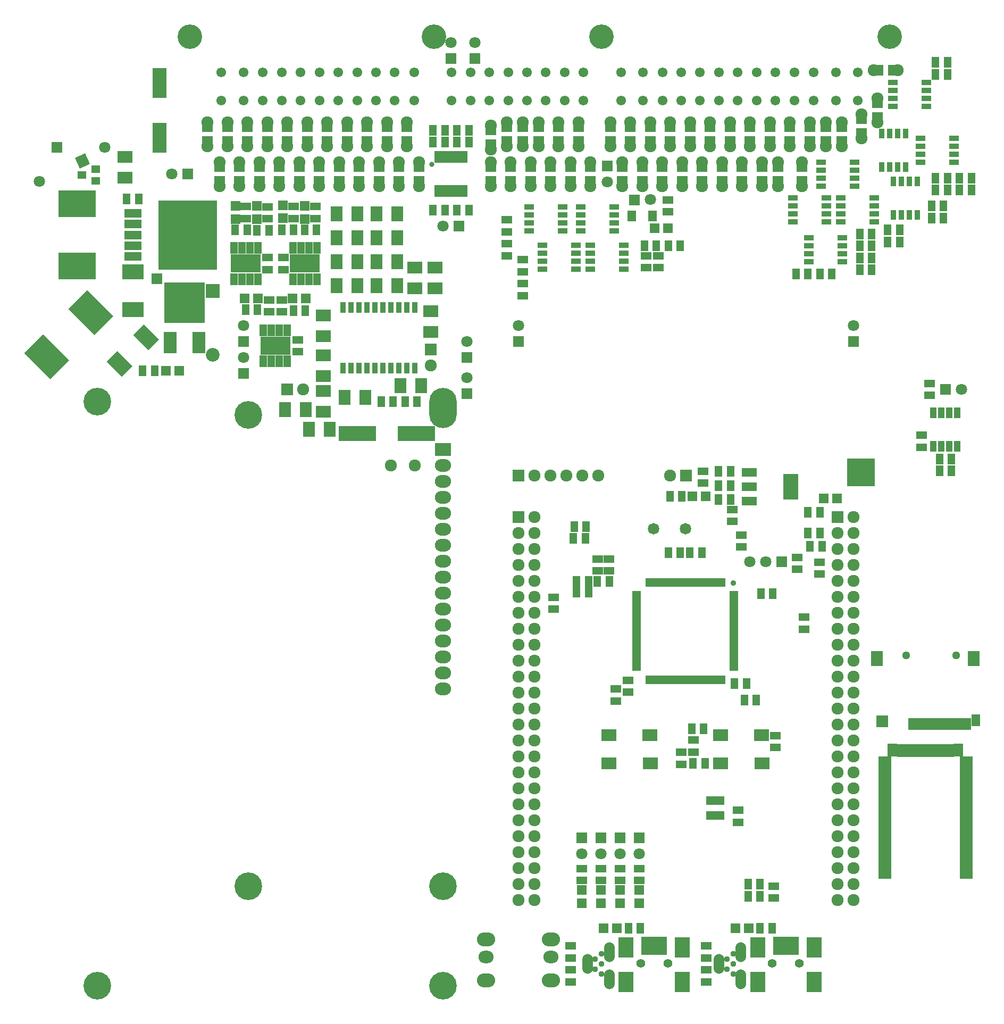
<source format=gts>
G04 (created by PCBNEW (2013-07-07 BZR 4022)-stable) date 06/07/2014 12:08:29*
%MOIN*%
G04 Gerber Fmt 3.4, Leading zero omitted, Abs format*
%FSLAX34Y34*%
G01*
G70*
G90*
G04 APERTURE LIST*
%ADD10C,0.00393701*%
%ADD11C,0.173248*%
%ADD12O,0.100748X0.080748*%
%ADD13R,0.100748X0.080748*%
%ADD14O,0.173228X0.251968*%
%ADD15R,0.055748X0.025748*%
%ADD16R,0.025748X0.055748*%
%ADD17C,0.035748*%
%ADD18R,0.033448X0.074748*%
%ADD19C,0.032*%
%ADD20R,0.070748X0.050748*%
%ADD21C,0.075748*%
%ADD22R,0.023748X0.075748*%
%ADD23C,0.061048*%
%ADD24C,0.153548*%
%ADD25R,0.050748X0.070748*%
%ADD26R,0.070748X0.070748*%
%ADD27C,0.070748*%
%ADD28R,0.062948X0.062948*%
%ADD29R,0.075748X0.075748*%
%ADD30R,0.095748X0.159748*%
%ADD31R,0.095748X0.055748*%
%ADD32C,0.071748*%
%ADD33R,0.0433071X0.0551181*%
%ADD34R,0.0944882X0.0748031*%
%ADD35R,0.175748X0.175748*%
%ADD36R,0.133848X0.094448*%
%ADD37R,0.232248X0.167348*%
%ADD38R,0.105748X0.057748*%
%ADD39R,0.365748X0.435748*%
%ADD40R,0.080748X0.135748*%
%ADD41R,0.255748X0.255748*%
%ADD42R,0.090548X0.188948*%
%ADD43R,0.095748X0.075748*%
%ADD44R,0.055148X0.047248*%
%ADD45C,0.085748*%
%ADD46R,0.085748X0.085748*%
%ADD47R,0.075748X0.095748*%
%ADD48R,0.232248X0.094448*%
%ADD49R,0.035748X0.065748*%
%ADD50R,0.045748X0.075748*%
%ADD51R,0.055748X0.075748*%
%ADD52C,0.050748*%
%ADD53R,0.060748X0.035748*%
%ADD54R,0.035748X0.060748*%
%ADD55R,0.053748X0.065748*%
%ADD56R,0.039348X0.070848*%
%ADD57R,0.190748X0.115748*%
%ADD58C,0.037748*%
%ADD59O,0.065748X0.125748*%
%ADD60R,0.035748X0.115748*%
%ADD61R,0.0944882X0.125748*%
%ADD62C,0.055748*%
%ADD63O,0.094448X0.078748*%
%ADD64O,0.114148X0.086648*%
%ADD65R,0.082648X0.062948*%
%ADD66R,0.062948X0.078648*%
%ADD67R,0.062948X0.082648*%
G04 APERTURE END LIST*
G54D10*
G54D11*
X57295Y-43084D03*
X57295Y-72612D03*
X69500Y-72612D03*
G54D12*
X69500Y-59250D03*
X69500Y-60250D03*
G54D13*
X69500Y-45250D03*
G54D12*
X69500Y-46250D03*
X69500Y-47250D03*
X69500Y-48250D03*
X69500Y-49250D03*
X69500Y-50250D03*
X69500Y-51250D03*
X69500Y-52250D03*
X69500Y-53250D03*
X69500Y-54250D03*
X69500Y-55250D03*
X69500Y-56250D03*
X69500Y-57250D03*
X69500Y-58250D03*
G54D14*
X69500Y-42667D03*
G54D11*
X69500Y-78864D03*
X47845Y-42250D03*
X47846Y-78864D03*
G54D15*
X87750Y-54274D03*
X87750Y-58994D03*
X87750Y-58794D03*
X87750Y-58604D03*
X87750Y-58404D03*
X87750Y-58204D03*
X87750Y-58014D03*
X87750Y-57814D03*
X87750Y-57614D03*
X87750Y-57424D03*
X87750Y-57224D03*
X87750Y-57024D03*
X87750Y-56824D03*
X87750Y-56634D03*
X87750Y-56434D03*
X87750Y-56234D03*
X87750Y-56044D03*
X87750Y-55844D03*
X87750Y-55644D03*
X87750Y-55454D03*
X87750Y-55254D03*
X87750Y-55054D03*
X87750Y-54864D03*
X87750Y-54664D03*
X87750Y-54464D03*
G54D16*
X87060Y-59684D03*
X82340Y-59684D03*
X82540Y-59684D03*
X82730Y-59684D03*
X82930Y-59684D03*
X83130Y-59684D03*
X83320Y-59684D03*
X83520Y-59684D03*
X83720Y-59684D03*
X83910Y-59684D03*
X84110Y-59684D03*
X84310Y-59684D03*
X84510Y-59684D03*
X84700Y-59684D03*
X84900Y-59684D03*
X85100Y-59684D03*
X85290Y-59684D03*
X85490Y-59684D03*
X85690Y-59684D03*
X85880Y-59684D03*
X86080Y-59684D03*
X86280Y-59684D03*
X86470Y-59684D03*
X86670Y-59684D03*
X86870Y-59684D03*
X87060Y-53584D03*
X86860Y-53584D03*
X86670Y-53584D03*
X86470Y-53584D03*
X86270Y-53584D03*
X86080Y-53584D03*
X85880Y-53584D03*
X85680Y-53584D03*
X85490Y-53584D03*
X85290Y-53584D03*
X85090Y-53584D03*
X84890Y-53584D03*
X84700Y-53584D03*
X84500Y-53584D03*
X84300Y-53584D03*
X84110Y-53584D03*
X83910Y-53584D03*
X83710Y-53584D03*
X83520Y-53584D03*
X83320Y-53584D03*
X83120Y-53584D03*
X82930Y-53584D03*
X82730Y-53584D03*
X82530Y-53584D03*
X82340Y-53584D03*
G54D15*
X81650Y-54274D03*
X81650Y-54474D03*
X81650Y-54664D03*
X81650Y-54864D03*
X81650Y-55064D03*
X81650Y-55254D03*
X81650Y-55454D03*
X81650Y-55654D03*
X81650Y-55844D03*
X81650Y-56044D03*
X81650Y-56244D03*
X81650Y-56444D03*
X81650Y-56634D03*
X81650Y-56834D03*
X81650Y-57034D03*
X81650Y-57224D03*
X81650Y-57424D03*
X81650Y-57624D03*
X81650Y-57814D03*
X81650Y-58014D03*
X81650Y-58214D03*
X81650Y-58404D03*
X81650Y-58604D03*
X81650Y-58804D03*
X81650Y-58994D03*
G54D17*
X87700Y-53634D03*
G54D18*
X69125Y-29059D03*
X69375Y-29059D03*
X69625Y-29059D03*
X69875Y-29059D03*
X70125Y-29059D03*
X70375Y-29059D03*
X70625Y-29059D03*
X70875Y-29059D03*
X70875Y-26941D03*
X70625Y-26941D03*
X70375Y-26941D03*
X70125Y-26941D03*
X69875Y-26941D03*
X69625Y-26941D03*
X69375Y-26941D03*
X69125Y-26941D03*
G54D19*
X68800Y-27400D03*
G54D20*
X78000Y-25875D03*
X78000Y-25125D03*
G54D21*
X78000Y-24750D03*
X78000Y-26250D03*
G54D22*
X78000Y-25000D03*
X78000Y-26000D03*
G54D20*
X61000Y-25875D03*
X61000Y-25125D03*
G54D21*
X61000Y-24750D03*
X61000Y-26250D03*
G54D22*
X61000Y-25000D03*
X61000Y-26000D03*
G54D20*
X59750Y-25875D03*
X59750Y-25125D03*
G54D21*
X59750Y-24750D03*
X59750Y-26250D03*
G54D22*
X59750Y-25000D03*
X59750Y-26000D03*
G54D20*
X58500Y-25875D03*
X58500Y-25125D03*
G54D21*
X58500Y-24750D03*
X58500Y-26250D03*
G54D22*
X58500Y-25000D03*
X58500Y-26000D03*
G54D20*
X57250Y-25875D03*
X57250Y-25125D03*
G54D21*
X57250Y-24750D03*
X57250Y-26250D03*
G54D22*
X57250Y-25000D03*
X57250Y-26000D03*
G54D20*
X54750Y-25875D03*
X54750Y-25125D03*
G54D21*
X54750Y-24750D03*
X54750Y-26250D03*
G54D22*
X54750Y-26000D03*
X54750Y-25000D03*
G54D20*
X56000Y-25875D03*
X56000Y-25125D03*
G54D21*
X56000Y-24750D03*
X56000Y-26250D03*
G54D22*
X56000Y-26000D03*
X56000Y-25000D03*
G54D21*
X66250Y-46250D03*
X67750Y-46250D03*
G54D20*
X87000Y-28375D03*
X87000Y-27625D03*
G54D21*
X87000Y-27250D03*
X87000Y-28750D03*
G54D22*
X87000Y-28500D03*
X87000Y-27500D03*
G54D23*
X55621Y-21628D03*
X55621Y-23400D03*
X56998Y-23400D03*
X56998Y-21628D03*
X61762Y-21628D03*
X61762Y-23400D03*
X60581Y-23400D03*
X60581Y-21628D03*
X58219Y-21628D03*
X58219Y-23400D03*
X59400Y-23400D03*
X59400Y-21628D03*
X64124Y-21628D03*
X64124Y-23400D03*
X62943Y-23400D03*
X62943Y-21628D03*
X65305Y-21628D03*
X65305Y-23400D03*
X66486Y-23400D03*
X66486Y-21628D03*
X73592Y-21628D03*
X73592Y-23400D03*
X72411Y-23400D03*
X72411Y-21628D03*
X70049Y-21628D03*
X70049Y-23400D03*
X71230Y-23400D03*
X71230Y-21628D03*
X75955Y-21628D03*
X75955Y-23400D03*
X74774Y-23400D03*
X74774Y-21628D03*
X77136Y-21628D03*
X77136Y-23400D03*
X67707Y-21628D03*
X67707Y-23400D03*
X78317Y-23400D03*
X78317Y-21628D03*
X82036Y-23400D03*
X82036Y-21628D03*
X80658Y-23400D03*
X80658Y-21628D03*
X86801Y-23400D03*
X86801Y-21628D03*
X85620Y-23400D03*
X85620Y-21628D03*
X83258Y-23400D03*
X83258Y-21628D03*
X84439Y-23400D03*
X84439Y-21628D03*
X89163Y-23400D03*
X89163Y-21628D03*
X87982Y-23400D03*
X87982Y-21628D03*
X90344Y-23400D03*
X90344Y-21628D03*
X91525Y-23400D03*
X91525Y-21628D03*
X92746Y-23400D03*
X92746Y-21628D03*
X94124Y-23400D03*
X94124Y-21628D03*
G54D24*
X53632Y-19384D03*
X68927Y-19384D03*
X79439Y-19384D03*
G54D23*
X95502Y-23400D03*
X95502Y-21628D03*
G54D24*
X97490Y-19384D03*
G54D20*
X75500Y-25875D03*
X75500Y-25125D03*
G54D21*
X75500Y-24750D03*
X75500Y-26250D03*
G54D20*
X77500Y-28375D03*
X77500Y-27625D03*
G54D21*
X77500Y-27250D03*
X77500Y-28750D03*
G54D20*
X76750Y-25875D03*
X76750Y-25125D03*
G54D21*
X76750Y-24750D03*
X76750Y-26250D03*
G54D20*
X78750Y-28375D03*
X78750Y-27625D03*
G54D21*
X78750Y-27250D03*
X78750Y-28750D03*
G54D20*
X80750Y-28375D03*
X80750Y-27625D03*
G54D21*
X80750Y-27250D03*
X80750Y-28750D03*
G54D20*
X80000Y-25875D03*
X80000Y-25125D03*
G54D21*
X80000Y-24750D03*
X80000Y-26250D03*
G54D20*
X82000Y-28375D03*
X82000Y-27625D03*
G54D21*
X82000Y-27250D03*
X82000Y-28750D03*
G54D20*
X81250Y-25875D03*
X81250Y-25125D03*
G54D21*
X81250Y-24750D03*
X81250Y-26250D03*
G54D20*
X83250Y-28375D03*
X83250Y-27625D03*
G54D21*
X83250Y-27250D03*
X83250Y-28750D03*
G54D20*
X82500Y-25875D03*
X82500Y-25125D03*
G54D21*
X82500Y-24750D03*
X82500Y-26250D03*
G54D20*
X84500Y-28375D03*
X84500Y-27625D03*
G54D21*
X84500Y-27250D03*
X84500Y-28750D03*
G54D20*
X83750Y-25875D03*
X83750Y-25125D03*
G54D21*
X83750Y-24750D03*
X83750Y-26250D03*
G54D20*
X85750Y-28375D03*
X85750Y-27625D03*
G54D21*
X85750Y-27250D03*
X85750Y-28750D03*
G54D20*
X85000Y-25875D03*
X85000Y-25125D03*
G54D21*
X85000Y-24750D03*
X85000Y-26250D03*
G54D20*
X76250Y-28375D03*
X76250Y-27625D03*
G54D21*
X76250Y-27250D03*
X76250Y-28750D03*
G54D20*
X86250Y-25875D03*
X86250Y-25125D03*
G54D21*
X86250Y-24750D03*
X86250Y-26250D03*
G54D20*
X88250Y-28375D03*
X88250Y-27625D03*
G54D21*
X88250Y-27250D03*
X88250Y-28750D03*
G54D20*
X87500Y-25875D03*
X87500Y-25125D03*
G54D21*
X87500Y-24750D03*
X87500Y-26250D03*
G54D20*
X89500Y-28375D03*
X89500Y-27625D03*
G54D21*
X89500Y-27250D03*
X89500Y-28750D03*
G54D20*
X88750Y-25875D03*
X88750Y-25125D03*
G54D21*
X88750Y-24750D03*
X88750Y-26250D03*
G54D20*
X90500Y-28375D03*
X90500Y-27625D03*
G54D21*
X90500Y-27250D03*
X90500Y-28750D03*
G54D20*
X90000Y-25875D03*
X90000Y-25125D03*
G54D21*
X90000Y-24750D03*
X90000Y-26250D03*
G54D20*
X92000Y-28375D03*
X92000Y-27625D03*
G54D21*
X92000Y-27250D03*
X92000Y-28750D03*
G54D20*
X91250Y-25875D03*
X91250Y-25125D03*
G54D21*
X91250Y-24750D03*
X91250Y-26250D03*
G54D20*
X93500Y-25875D03*
X93500Y-25125D03*
G54D21*
X93500Y-24750D03*
X93500Y-26250D03*
G54D20*
X92500Y-25875D03*
X92500Y-25125D03*
G54D21*
X92500Y-24750D03*
X92500Y-26250D03*
G54D20*
X95750Y-25375D03*
X95750Y-24625D03*
G54D21*
X95750Y-24250D03*
X95750Y-25750D03*
G54D20*
X94500Y-25875D03*
X94500Y-25125D03*
G54D21*
X94500Y-24750D03*
X94500Y-26250D03*
G54D20*
X96750Y-24375D03*
X96750Y-23625D03*
G54D21*
X96750Y-23250D03*
X96750Y-24750D03*
G54D25*
X97625Y-21500D03*
X96875Y-21500D03*
G54D21*
X96500Y-21500D03*
X98000Y-21500D03*
G54D20*
X65500Y-28375D03*
X65500Y-27625D03*
G54D21*
X65500Y-27250D03*
X65500Y-28750D03*
G54D20*
X56750Y-28375D03*
X56750Y-27625D03*
G54D21*
X56750Y-27250D03*
X56750Y-28750D03*
G54D20*
X58000Y-28375D03*
X58000Y-27625D03*
G54D21*
X58000Y-27250D03*
X58000Y-28750D03*
G54D20*
X59250Y-28375D03*
X59250Y-27625D03*
G54D21*
X59250Y-27250D03*
X59250Y-28750D03*
G54D20*
X60500Y-28375D03*
X60500Y-27625D03*
G54D21*
X60500Y-27250D03*
X60500Y-28750D03*
G54D20*
X61750Y-28375D03*
X61750Y-27625D03*
G54D21*
X61750Y-27250D03*
X61750Y-28750D03*
G54D20*
X63000Y-28375D03*
X63000Y-27625D03*
G54D21*
X63000Y-27250D03*
X63000Y-28750D03*
G54D20*
X62250Y-25875D03*
X62250Y-25125D03*
G54D21*
X62250Y-24750D03*
X62250Y-26250D03*
G54D20*
X64250Y-28375D03*
X64250Y-27625D03*
G54D21*
X64250Y-27250D03*
X64250Y-28750D03*
G54D20*
X63500Y-25875D03*
X63500Y-25125D03*
G54D21*
X63500Y-24750D03*
X63500Y-26250D03*
G54D20*
X55500Y-28375D03*
X55500Y-27625D03*
G54D21*
X55500Y-27250D03*
X55500Y-28750D03*
G54D20*
X64750Y-25875D03*
X64750Y-25125D03*
G54D21*
X64750Y-24750D03*
X64750Y-26250D03*
G54D20*
X66750Y-28375D03*
X66750Y-27625D03*
G54D21*
X66750Y-27250D03*
X66750Y-28750D03*
G54D20*
X66000Y-25875D03*
X66000Y-25125D03*
G54D21*
X66000Y-24750D03*
X66000Y-26250D03*
G54D20*
X68000Y-28375D03*
X68000Y-27625D03*
G54D21*
X68000Y-27250D03*
X68000Y-28750D03*
G54D20*
X67250Y-25875D03*
X67250Y-25125D03*
G54D21*
X67250Y-24750D03*
X67250Y-26250D03*
G54D20*
X72500Y-28375D03*
X72500Y-27625D03*
G54D21*
X72500Y-27250D03*
X72500Y-28750D03*
G54D20*
X72500Y-26075D03*
X72500Y-25325D03*
G54D21*
X72500Y-24950D03*
X72500Y-26450D03*
G54D26*
X74250Y-38500D03*
G54D27*
X74250Y-37500D03*
G54D26*
X95250Y-38500D03*
G54D27*
X95250Y-37500D03*
G54D26*
X70500Y-31250D03*
G54D27*
X69500Y-31250D03*
G54D20*
X90350Y-63934D03*
X90350Y-63184D03*
G54D25*
X84975Y-51734D03*
X85725Y-51734D03*
X84375Y-51734D03*
X83625Y-51734D03*
G54D20*
X84425Y-64984D03*
X84425Y-64234D03*
G54D25*
X77875Y-53534D03*
X78625Y-53534D03*
X77875Y-54184D03*
X78625Y-54184D03*
G54D20*
X79200Y-52109D03*
X79200Y-52859D03*
X79900Y-52109D03*
X79900Y-52859D03*
X87650Y-49759D03*
X87650Y-49009D03*
G54D25*
X78475Y-50084D03*
X77725Y-50084D03*
X83725Y-48184D03*
X84475Y-48184D03*
G54D20*
X81100Y-60459D03*
X81100Y-59709D03*
G54D25*
X88525Y-59934D03*
X87775Y-59934D03*
X90175Y-54284D03*
X89425Y-54284D03*
G54D20*
X80350Y-60259D03*
X80350Y-61009D03*
X93100Y-53059D03*
X93100Y-52309D03*
G54D25*
X88400Y-60959D03*
X89150Y-60959D03*
X86775Y-48384D03*
X87525Y-48384D03*
X87525Y-47534D03*
X86775Y-47534D03*
G54D28*
X85137Y-48184D03*
X85963Y-48184D03*
G54D25*
X78425Y-50834D03*
X77675Y-50834D03*
G54D26*
X78200Y-69584D03*
G54D27*
X78200Y-70584D03*
G54D26*
X79400Y-69584D03*
G54D27*
X79400Y-70584D03*
G54D26*
X80600Y-69584D03*
G54D27*
X80600Y-70584D03*
G54D26*
X81800Y-69584D03*
G54D27*
X81800Y-70584D03*
G54D26*
X90750Y-52284D03*
G54D27*
X89750Y-52284D03*
X88750Y-52284D03*
G54D29*
X74250Y-49484D03*
G54D21*
X75250Y-49484D03*
X74250Y-50484D03*
X75250Y-50484D03*
X74250Y-51484D03*
X75250Y-51484D03*
X74250Y-52484D03*
X75250Y-52484D03*
X74250Y-53484D03*
X75250Y-53484D03*
X74250Y-54484D03*
X75250Y-54484D03*
X74250Y-55484D03*
X75250Y-55484D03*
X74250Y-56484D03*
X75250Y-56484D03*
X74250Y-57484D03*
X75250Y-57484D03*
X74250Y-58484D03*
X75250Y-58484D03*
X74250Y-59484D03*
X75250Y-59484D03*
X74250Y-60484D03*
X75250Y-60484D03*
X74250Y-61484D03*
X75250Y-61484D03*
X74250Y-62484D03*
X75250Y-62484D03*
X74250Y-63484D03*
X75250Y-63484D03*
X74250Y-64484D03*
X75250Y-64484D03*
X74250Y-65484D03*
X75250Y-65484D03*
X74250Y-66484D03*
X75250Y-66484D03*
X74250Y-67484D03*
X75250Y-67484D03*
X74250Y-68484D03*
X75250Y-68484D03*
X74250Y-69484D03*
X75250Y-69484D03*
X74250Y-70484D03*
X75250Y-70484D03*
X74250Y-71484D03*
X75250Y-71484D03*
X74250Y-72484D03*
X75250Y-72484D03*
X74250Y-73484D03*
X75250Y-73484D03*
G54D29*
X94250Y-49484D03*
G54D21*
X95250Y-49484D03*
X94250Y-50484D03*
X95250Y-50484D03*
X94250Y-51484D03*
X95250Y-51484D03*
X94250Y-52484D03*
X95250Y-52484D03*
X94250Y-53484D03*
X95250Y-53484D03*
X94250Y-54484D03*
X95250Y-54484D03*
X94250Y-55484D03*
X95250Y-55484D03*
X94250Y-56484D03*
X95250Y-56484D03*
X94250Y-57484D03*
X95250Y-57484D03*
X94250Y-58484D03*
X95250Y-58484D03*
X94250Y-59484D03*
X95250Y-59484D03*
X94250Y-60484D03*
X95250Y-60484D03*
X94250Y-61484D03*
X95250Y-61484D03*
X94250Y-62484D03*
X95250Y-62484D03*
X94250Y-63484D03*
X95250Y-63484D03*
X94250Y-64484D03*
X95250Y-64484D03*
X94250Y-65484D03*
X95250Y-65484D03*
X94250Y-66484D03*
X95250Y-66484D03*
X94250Y-67484D03*
X95250Y-67484D03*
X94250Y-68484D03*
X95250Y-68484D03*
X94250Y-69484D03*
X95250Y-69484D03*
X94250Y-70484D03*
X95250Y-70484D03*
X94250Y-71484D03*
X95250Y-71484D03*
X94250Y-72484D03*
X95250Y-72484D03*
X94250Y-73484D03*
X95250Y-73484D03*
G54D29*
X84750Y-46884D03*
G54D21*
X83750Y-46884D03*
G54D29*
X74250Y-46884D03*
G54D21*
X75250Y-46884D03*
X76250Y-46884D03*
X77250Y-46884D03*
X78250Y-46884D03*
X79250Y-46884D03*
G54D25*
X85100Y-62759D03*
X85850Y-62759D03*
G54D20*
X85200Y-64209D03*
X85200Y-63459D03*
G54D25*
X85175Y-64934D03*
X85925Y-64934D03*
G54D20*
X92125Y-55759D03*
X92125Y-56509D03*
X76450Y-54525D03*
X76450Y-55275D03*
X78200Y-72259D03*
X78200Y-71509D03*
X79400Y-72259D03*
X79400Y-71509D03*
X80600Y-72259D03*
X80600Y-71509D03*
X81800Y-72259D03*
X81800Y-71509D03*
G54D25*
X79925Y-53534D03*
X79175Y-53534D03*
G54D20*
X85800Y-47359D03*
X85800Y-46609D03*
G54D25*
X81125Y-75250D03*
X81875Y-75250D03*
X93125Y-49184D03*
X92375Y-49184D03*
G54D30*
X91300Y-47584D03*
G54D31*
X88700Y-47584D03*
X88700Y-48484D03*
X88700Y-46684D03*
G54D32*
X82700Y-50234D03*
X84700Y-50234D03*
G54D20*
X77500Y-77125D03*
X77500Y-76375D03*
X77500Y-77875D03*
X77500Y-78625D03*
X91700Y-52759D03*
X91700Y-52009D03*
X88200Y-51359D03*
X88200Y-50609D03*
G54D33*
X86949Y-67261D03*
X86575Y-67261D03*
X86200Y-67261D03*
X86200Y-68206D03*
X86575Y-68206D03*
X86949Y-68206D03*
G54D34*
X86920Y-63148D03*
X89479Y-63148D03*
X89518Y-64919D03*
X86920Y-64919D03*
X79920Y-63148D03*
X82479Y-63148D03*
X82518Y-64919D03*
X79920Y-64919D03*
G54D35*
X95710Y-46704D03*
G54D28*
X80590Y-72871D03*
X80590Y-73697D03*
X78190Y-72871D03*
X78190Y-73697D03*
X79390Y-72871D03*
X79390Y-73697D03*
X81810Y-72871D03*
X81810Y-73697D03*
X80413Y-75250D03*
X79587Y-75250D03*
X93377Y-48324D03*
X94203Y-48324D03*
G54D20*
X88000Y-67875D03*
X88000Y-68625D03*
G54D25*
X86775Y-46624D03*
X87525Y-46624D03*
X92515Y-51324D03*
X93265Y-51324D03*
X92375Y-50504D03*
X93125Y-50504D03*
X69625Y-26000D03*
X68875Y-26000D03*
X71125Y-26000D03*
X70375Y-26000D03*
X69625Y-25250D03*
X68875Y-25250D03*
X71125Y-25250D03*
X70375Y-25250D03*
X68875Y-30250D03*
X69625Y-30250D03*
X70375Y-30250D03*
X71125Y-30250D03*
G54D36*
X50056Y-36491D03*
X50056Y-34129D03*
G54D10*
G36*
X49360Y-40702D02*
X48413Y-39755D01*
X49081Y-39087D01*
X50028Y-40034D01*
X49360Y-40702D01*
X49360Y-40702D01*
G37*
G36*
X51030Y-39032D02*
X50084Y-38085D01*
X50751Y-37417D01*
X51698Y-38364D01*
X51030Y-39032D01*
X51030Y-39032D01*
G37*
G54D37*
X46556Y-29851D03*
X46556Y-33769D03*
G54D10*
G36*
X47211Y-35262D02*
X48854Y-36904D01*
X47670Y-38087D01*
X46028Y-36445D01*
X47211Y-35262D01*
X47211Y-35262D01*
G37*
G36*
X44441Y-38032D02*
X46083Y-39674D01*
X44900Y-40858D01*
X43258Y-39215D01*
X44441Y-38032D01*
X44441Y-38032D01*
G37*
G54D25*
X50681Y-40310D03*
X51431Y-40310D03*
G54D28*
X52143Y-40310D03*
X52969Y-40310D03*
G54D38*
X50056Y-30470D03*
G54D39*
X53506Y-31810D03*
G54D38*
X50056Y-31810D03*
X50056Y-31140D03*
X50056Y-32480D03*
X50056Y-33150D03*
G54D40*
X52406Y-38560D03*
G54D41*
X53306Y-36060D03*
G54D40*
X54206Y-38560D03*
G54D42*
X51750Y-25732D03*
X51750Y-22307D03*
G54D25*
X49681Y-29560D03*
X50431Y-29560D03*
G54D26*
X51556Y-34560D03*
G54D43*
X49556Y-28210D03*
X49556Y-26910D03*
G54D44*
X46873Y-28060D03*
X47739Y-27685D03*
X47739Y-28435D03*
G54D45*
X55056Y-39310D03*
G54D46*
X55056Y-35310D03*
G54D10*
G36*
X46744Y-27646D02*
X46445Y-27005D01*
X47086Y-26706D01*
X47385Y-27347D01*
X46744Y-27646D01*
X46744Y-27646D01*
G37*
G54D27*
X44196Y-28443D03*
G54D26*
X45306Y-26310D03*
G54D27*
X48306Y-26310D03*
G54D26*
X53500Y-28000D03*
G54D27*
X52500Y-28000D03*
G54D43*
X68750Y-37900D03*
X68750Y-36600D03*
X67750Y-33850D03*
X67750Y-35150D03*
G54D47*
X63350Y-42000D03*
X64650Y-42000D03*
G54D43*
X62000Y-42900D03*
X62000Y-41600D03*
X69000Y-33850D03*
X69000Y-35150D03*
X62000Y-38150D03*
X62000Y-36850D03*
G54D47*
X68150Y-41250D03*
X66850Y-41250D03*
G54D43*
X62000Y-40650D03*
X62000Y-39350D03*
G54D47*
X65350Y-35000D03*
X66650Y-35000D03*
X64150Y-35000D03*
X62850Y-35000D03*
X65350Y-33500D03*
X66650Y-33500D03*
X62850Y-32000D03*
X64150Y-32000D03*
X62850Y-30500D03*
X64150Y-30500D03*
X66650Y-30500D03*
X65350Y-30500D03*
X66650Y-32000D03*
X65350Y-32000D03*
G54D25*
X67875Y-42250D03*
X67125Y-42250D03*
X65625Y-42250D03*
X66375Y-42250D03*
G54D48*
X64150Y-44250D03*
X67850Y-44250D03*
G54D47*
X62400Y-44000D03*
X61100Y-44000D03*
X60900Y-42750D03*
X59600Y-42750D03*
G54D49*
X67750Y-36350D03*
X67250Y-36350D03*
X66750Y-36350D03*
X66250Y-36350D03*
X65750Y-36350D03*
X65250Y-36350D03*
X64750Y-36350D03*
X64250Y-36350D03*
X63750Y-36350D03*
X63250Y-36350D03*
X63250Y-40150D03*
X63750Y-40150D03*
X64250Y-40150D03*
X64750Y-40150D03*
X65250Y-40150D03*
X65750Y-40150D03*
X66250Y-40150D03*
X66750Y-40150D03*
X67250Y-40150D03*
X67750Y-40150D03*
G54D29*
X59750Y-41500D03*
G54D21*
X60750Y-41500D03*
G54D26*
X71000Y-41750D03*
G54D27*
X71000Y-40750D03*
G54D26*
X71000Y-39500D03*
G54D27*
X71000Y-38500D03*
G54D20*
X86000Y-76375D03*
X86000Y-77125D03*
G54D25*
X88625Y-72500D03*
X89375Y-72500D03*
X89375Y-73250D03*
X88625Y-73250D03*
G54D20*
X90250Y-72625D03*
X90250Y-73375D03*
X86000Y-77875D03*
X86000Y-78625D03*
G54D25*
X90125Y-75250D03*
X89375Y-75250D03*
G54D28*
X88663Y-75250D03*
X87837Y-75250D03*
G54D50*
X98917Y-62450D03*
X99350Y-62450D03*
X99783Y-62450D03*
X100216Y-62450D03*
X100650Y-62450D03*
X101083Y-62450D03*
X101516Y-62450D03*
X101949Y-62450D03*
X102382Y-62450D03*
G54D51*
X102912Y-62213D03*
G54D47*
X102775Y-58366D03*
X96712Y-58366D03*
G54D29*
X97035Y-62295D03*
G54D52*
X101673Y-58158D03*
X98524Y-58158D03*
G54D20*
X83000Y-33125D03*
X83000Y-33875D03*
G54D25*
X83625Y-32500D03*
X84375Y-32500D03*
G54D20*
X73500Y-32375D03*
X73500Y-33125D03*
X74500Y-34875D03*
X74500Y-35625D03*
G54D25*
X95625Y-34000D03*
X96375Y-34000D03*
X92375Y-34250D03*
X91625Y-34250D03*
X96375Y-33250D03*
X95625Y-33250D03*
X93875Y-34250D03*
X93125Y-34250D03*
G54D20*
X73500Y-30875D03*
X73500Y-31625D03*
X74500Y-33375D03*
X74500Y-34125D03*
G54D25*
X82125Y-32500D03*
X82875Y-32500D03*
G54D20*
X82250Y-33875D03*
X82250Y-33125D03*
G54D53*
X92450Y-33500D03*
X94550Y-33500D03*
X92450Y-33000D03*
X92450Y-32500D03*
X92450Y-32000D03*
X94550Y-33000D03*
X94550Y-32500D03*
X94550Y-32000D03*
X91450Y-31000D03*
X93550Y-31000D03*
X91450Y-30500D03*
X91450Y-30000D03*
X91450Y-29500D03*
X93550Y-30500D03*
X93550Y-30000D03*
X93550Y-29500D03*
X77000Y-30050D03*
X74900Y-30050D03*
X77000Y-30550D03*
X77000Y-31050D03*
X77000Y-31550D03*
X74900Y-30550D03*
X74900Y-31050D03*
X74900Y-31550D03*
X78150Y-31550D03*
X80250Y-31550D03*
X78150Y-31050D03*
X78150Y-30550D03*
X78150Y-30050D03*
X80250Y-31050D03*
X80250Y-30550D03*
X80250Y-30050D03*
X78750Y-33950D03*
X80850Y-33950D03*
X78750Y-33450D03*
X78750Y-32950D03*
X78750Y-32450D03*
X80850Y-33450D03*
X80850Y-32950D03*
X80850Y-32450D03*
X77850Y-32450D03*
X75750Y-32450D03*
X77850Y-32950D03*
X77850Y-33450D03*
X77850Y-33950D03*
X75750Y-32950D03*
X75750Y-33450D03*
X75750Y-33950D03*
G54D54*
X97000Y-25450D03*
X97000Y-27550D03*
X97500Y-25450D03*
X98000Y-25450D03*
X98500Y-25450D03*
X97500Y-27550D03*
X98000Y-27550D03*
X98500Y-27550D03*
G54D53*
X97700Y-23750D03*
X99800Y-23750D03*
X97700Y-23250D03*
X97700Y-22750D03*
X97700Y-22250D03*
X99800Y-23250D03*
X99800Y-22750D03*
X99800Y-22250D03*
X99450Y-27250D03*
X101550Y-27250D03*
X99450Y-26750D03*
X99450Y-26250D03*
X99450Y-25750D03*
X101550Y-26750D03*
X101550Y-26250D03*
X101550Y-25750D03*
G54D54*
X97750Y-28450D03*
X97750Y-30550D03*
X98250Y-28450D03*
X98750Y-28450D03*
X99250Y-28450D03*
X98250Y-30550D03*
X98750Y-30550D03*
X99250Y-30550D03*
G54D53*
X94450Y-31000D03*
X96550Y-31000D03*
X94450Y-30500D03*
X94450Y-30000D03*
X94450Y-29500D03*
X96550Y-30500D03*
X96550Y-30000D03*
X96550Y-29500D03*
X93200Y-28750D03*
X95300Y-28750D03*
X93200Y-28250D03*
X93200Y-27750D03*
X93200Y-27250D03*
X95300Y-28250D03*
X95300Y-27750D03*
X95300Y-27250D03*
G54D25*
X101125Y-21000D03*
X100375Y-21000D03*
X101875Y-28250D03*
X102625Y-28250D03*
X101125Y-28250D03*
X100375Y-28250D03*
X100875Y-30000D03*
X100125Y-30000D03*
X98125Y-31500D03*
X97375Y-31500D03*
X96375Y-31750D03*
X95625Y-31750D03*
G54D55*
X82640Y-30610D03*
X81350Y-30610D03*
G54D20*
X83600Y-29625D03*
X83600Y-30375D03*
G54D26*
X81500Y-29625D03*
G54D27*
X82500Y-29600D03*
G54D26*
X79800Y-27500D03*
G54D27*
X79800Y-28500D03*
G54D25*
X97375Y-32250D03*
X98125Y-32250D03*
X95625Y-32500D03*
X96375Y-32500D03*
X100375Y-29000D03*
X101125Y-29000D03*
X100125Y-30750D03*
X100875Y-30750D03*
X102625Y-29000D03*
X101875Y-29000D03*
X100375Y-21750D03*
X101125Y-21750D03*
G54D28*
X83613Y-31400D03*
X82787Y-31400D03*
G54D25*
X100625Y-46600D03*
X101375Y-46600D03*
X101375Y-45850D03*
X100625Y-45850D03*
G54D20*
X99500Y-44375D03*
X99500Y-45125D03*
G54D56*
X100250Y-42950D03*
X100250Y-45050D03*
X100750Y-42950D03*
X101250Y-42950D03*
X101750Y-42950D03*
X100750Y-45050D03*
X101250Y-45050D03*
X101750Y-45050D03*
G54D20*
X100000Y-41125D03*
X100000Y-41875D03*
G54D26*
X101000Y-41500D03*
G54D27*
X102000Y-41500D03*
G54D57*
X59000Y-38755D03*
G54D50*
X59750Y-37780D03*
X59250Y-37780D03*
X58750Y-37780D03*
X58250Y-37780D03*
X59750Y-39730D03*
X59250Y-39730D03*
X58750Y-39730D03*
X58250Y-39730D03*
G54D57*
X60850Y-33605D03*
G54D50*
X61600Y-32630D03*
X61100Y-32630D03*
X60600Y-32630D03*
X60100Y-32630D03*
X61600Y-34580D03*
X61100Y-34580D03*
X60600Y-34580D03*
X60100Y-34580D03*
G54D57*
X57150Y-33605D03*
G54D50*
X57900Y-32630D03*
X57400Y-32630D03*
X56900Y-32630D03*
X56400Y-32630D03*
X57900Y-34580D03*
X57400Y-34580D03*
X56900Y-34580D03*
X56400Y-34580D03*
G54D25*
X60875Y-36555D03*
X60125Y-36555D03*
G54D20*
X59400Y-35880D03*
X59400Y-36630D03*
G54D25*
X59400Y-31505D03*
X60150Y-31505D03*
X57850Y-31530D03*
X58600Y-31530D03*
G54D20*
X58500Y-30055D03*
X58500Y-30805D03*
X59500Y-33980D03*
X59500Y-33230D03*
X57150Y-30030D03*
X57150Y-30780D03*
G54D25*
X56475Y-31505D03*
X57225Y-31505D03*
G54D20*
X58600Y-35880D03*
X58600Y-36630D03*
G54D25*
X57125Y-36505D03*
X57875Y-36505D03*
G54D20*
X58500Y-33980D03*
X58500Y-33230D03*
X60150Y-30030D03*
X60150Y-30780D03*
X60400Y-39130D03*
X60400Y-38380D03*
X61500Y-30030D03*
X61500Y-30780D03*
G54D25*
X60825Y-31505D03*
X61575Y-31505D03*
G54D28*
X60913Y-35805D03*
X60087Y-35805D03*
X59475Y-30768D03*
X59475Y-29942D03*
X57825Y-30818D03*
X57825Y-29992D03*
X56500Y-30818D03*
X56500Y-29992D03*
X60850Y-30818D03*
X60850Y-29992D03*
X57087Y-35805D03*
X57913Y-35805D03*
G54D26*
X57000Y-38500D03*
G54D27*
X57000Y-37500D03*
G54D47*
X64150Y-33500D03*
X62850Y-33500D03*
G54D26*
X57000Y-40500D03*
G54D27*
X57000Y-39500D03*
G54D29*
X68750Y-39000D03*
G54D21*
X68750Y-40000D03*
G54D20*
X74500Y-25875D03*
X74500Y-25125D03*
G54D21*
X74500Y-24750D03*
X74500Y-26250D03*
G54D20*
X75000Y-28375D03*
X75000Y-27625D03*
G54D21*
X75000Y-27250D03*
X75000Y-28750D03*
G54D20*
X73500Y-25875D03*
X73500Y-25125D03*
G54D21*
X73500Y-24750D03*
X73500Y-26250D03*
G54D20*
X73750Y-28375D03*
X73750Y-27625D03*
G54D21*
X73750Y-27250D03*
X73750Y-28750D03*
G54D58*
X79446Y-76870D03*
X79053Y-77185D03*
X79446Y-77500D03*
X79053Y-77814D03*
X79446Y-78129D03*
G54D59*
X78561Y-77500D03*
X79938Y-76751D03*
X79938Y-78444D03*
G54D60*
X82120Y-76350D03*
X82435Y-76350D03*
X82750Y-76350D03*
X83064Y-76350D03*
X83379Y-76350D03*
G54D61*
X80978Y-78631D03*
X84521Y-78631D03*
X80978Y-76465D03*
X84521Y-76465D03*
G54D62*
X81900Y-77450D03*
X83600Y-77450D03*
G54D60*
X90370Y-76350D03*
X90685Y-76350D03*
X91000Y-76350D03*
X91314Y-76350D03*
X91629Y-76350D03*
G54D61*
X89228Y-78631D03*
X92771Y-78631D03*
X89228Y-76465D03*
X92771Y-76465D03*
G54D62*
X90150Y-77450D03*
X91850Y-77450D03*
G54D58*
X87696Y-76870D03*
X87303Y-77185D03*
X87696Y-77500D03*
X87303Y-77814D03*
X87696Y-78129D03*
G54D59*
X86811Y-77500D03*
X88188Y-76751D03*
X88188Y-78444D03*
G54D26*
X71500Y-20750D03*
G54D27*
X71500Y-19750D03*
G54D26*
X70000Y-20750D03*
G54D27*
X70000Y-19750D03*
G54D63*
X72222Y-77072D03*
X76278Y-77072D03*
G54D64*
X76278Y-75970D03*
X72222Y-75970D03*
X76278Y-78530D03*
X72222Y-78530D03*
G54D65*
X102309Y-65957D03*
X102309Y-65366D03*
X102309Y-64776D03*
X102309Y-66547D03*
X102309Y-67138D03*
X102309Y-67728D03*
X102309Y-68319D03*
X102309Y-68909D03*
X102309Y-69500D03*
X102309Y-70091D03*
X102309Y-70681D03*
X102309Y-71272D03*
X102309Y-71862D03*
G54D66*
X101817Y-64108D03*
G54D67*
X101225Y-64126D03*
X100635Y-64126D03*
X100045Y-64126D03*
X99455Y-64126D03*
X98865Y-64126D03*
X98275Y-64126D03*
G54D66*
X97685Y-64107D03*
G54D65*
X97191Y-64776D03*
X97191Y-65366D03*
X97191Y-65958D03*
X97191Y-66547D03*
X97191Y-67138D03*
X97191Y-67728D03*
X97191Y-68319D03*
X97191Y-68909D03*
X97191Y-69500D03*
X97191Y-70091D03*
X97191Y-70681D03*
X97191Y-71272D03*
X97191Y-71862D03*
M02*

</source>
